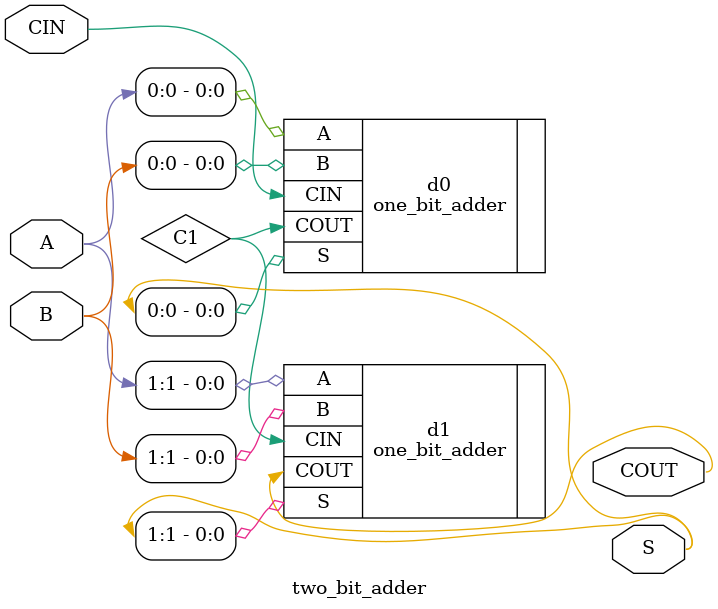
<source format=v>
`timescale 1ns / 1ps


module two_bit_adder(
    input [1:0] A,
    input [1:0] B,
    input CIN,
    output [1:0] S,
    output COUT
    );
    
    wire C1;
    one_bit_adder d0(.A(A[0]), .B(B[0]), .CIN(CIN), .S(S[0]), .COUT(C1));
    one_bit_adder d1(.A(A[1]), .B(B[1]), .CIN(C1), .S(S[1]), .COUT(COUT));

endmodule

</source>
